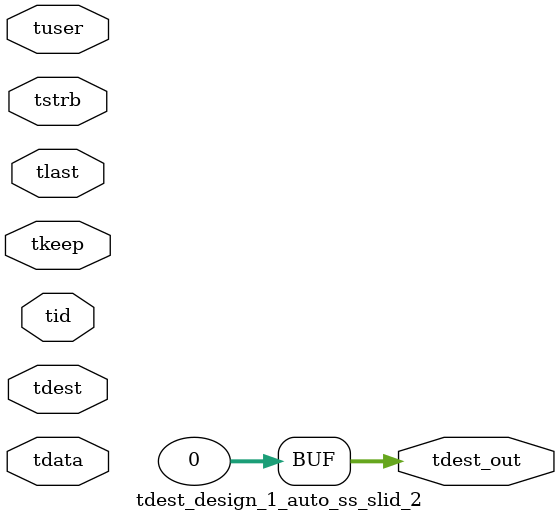
<source format=v>


`timescale 1ps/1ps

module tdest_design_1_auto_ss_slid_2 #
(
parameter C_S_AXIS_TDATA_WIDTH = 32,
parameter C_S_AXIS_TUSER_WIDTH = 0,
parameter C_S_AXIS_TID_WIDTH   = 0,
parameter C_S_AXIS_TDEST_WIDTH = 0,
parameter C_M_AXIS_TDEST_WIDTH = 32
)
(
input  [(C_S_AXIS_TDATA_WIDTH == 0 ? 1 : C_S_AXIS_TDATA_WIDTH)-1:0     ] tdata,
input  [(C_S_AXIS_TUSER_WIDTH == 0 ? 1 : C_S_AXIS_TUSER_WIDTH)-1:0     ] tuser,
input  [(C_S_AXIS_TID_WIDTH   == 0 ? 1 : C_S_AXIS_TID_WIDTH)-1:0       ] tid,
input  [(C_S_AXIS_TDEST_WIDTH == 0 ? 1 : C_S_AXIS_TDEST_WIDTH)-1:0     ] tdest,
input  [(C_S_AXIS_TDATA_WIDTH/8)-1:0 ] tkeep,
input  [(C_S_AXIS_TDATA_WIDTH/8)-1:0 ] tstrb,
input                                                                    tlast,
output [C_M_AXIS_TDEST_WIDTH-1:0] tdest_out
);

assign tdest_out = {1'b0};

endmodule


</source>
